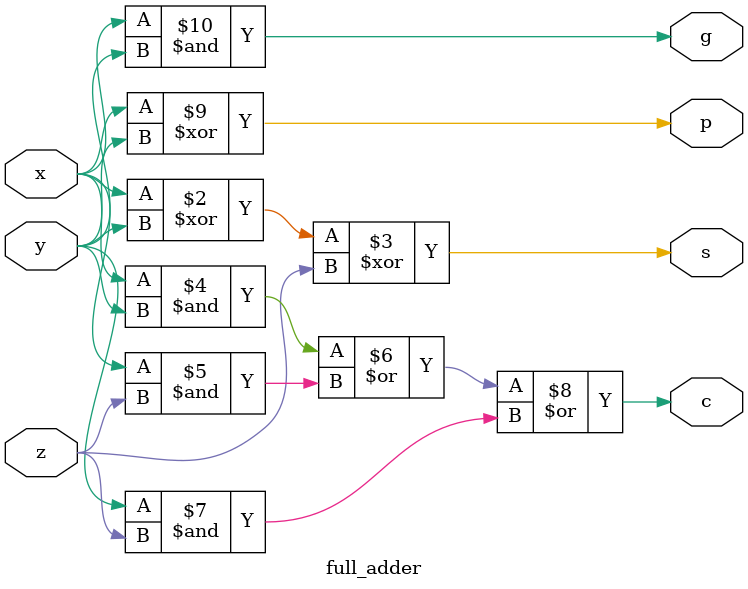
<source format=sv>
`timescale 1ns / 1ps


module full_adder  (input logic x, y, z,
                    output logic s, c, p, g);
     always_comb
     begin
         s = x^y^z;
      c = (x&y)|(x&z)|(y&z);
      p = x^y;
         g = x&y;
     end
endmodule

</source>
